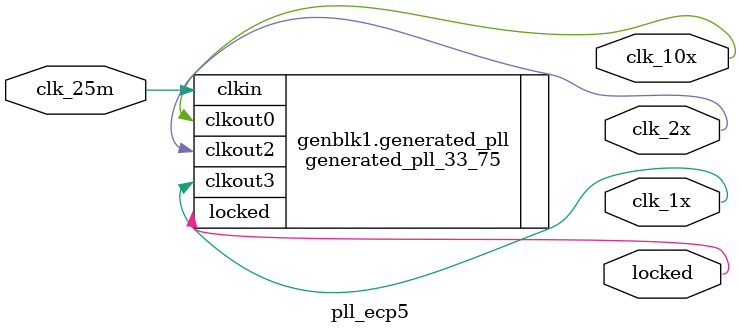
<source format=v>


`default_nettype none

module pll_ecp5 #(
    parameter ENABLE_FAST_CLK = 1
) (
    input clk_25m,

    output locked,
    output clk_1x,
    output clk_2x,
    output clk_10x
);
    generate
        if (ENABLE_FAST_CLK) begin
            generated_pll_33_75 generated_pll(
                .clkin(clk_25m),
                .clkout0(clk_10x),
                .clkout3(clk_1x),
                .clkout2(clk_2x),
                .locked(locked)
            );
        end else begin
            generated_pll_25 generated_pll(
                .clkin(clk_25m),
                .clkout0(clk_10x),
                .clkout3(clk_1x),
                .clkout2(clk_2x),
                .locked(locked)
            );
        end
    endgenerate

endmodule

</source>
